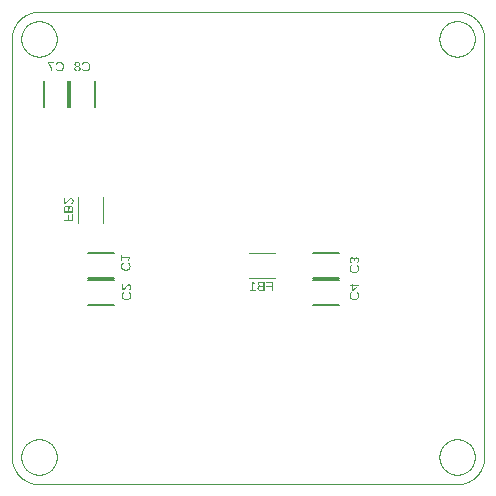
<source format=gbo>
G04 EAGLE Gerber RS-274X export*
G75*
%MOMM*%
%FSLAX34Y34*%
%LPD*%
%INSilk Bottom*%
%IPPOS*%
%AMOC8*
5,1,8,0,0,1.08239X$1,22.5*%
G01*
G04 Define Apertures*
%ADD10C,0.000000*%
%ADD11C,0.127000*%
%ADD12C,0.120000*%
G36*
X96512Y180579D02*
X96202Y180586D01*
X95903Y180608D01*
X95614Y180643D01*
X95336Y180693D01*
X95069Y180758D01*
X94812Y180836D01*
X94566Y180929D01*
X94330Y181036D01*
X94107Y181156D01*
X93896Y181290D01*
X93699Y181436D01*
X93516Y181596D01*
X93345Y181768D01*
X93188Y181953D01*
X93044Y182152D01*
X92914Y182363D01*
X92797Y182586D01*
X92697Y182818D01*
X92612Y183061D01*
X92542Y183314D01*
X92488Y183577D01*
X92449Y183850D01*
X92426Y184133D01*
X92418Y184426D01*
X92426Y184713D01*
X92451Y184991D01*
X92493Y185260D01*
X92551Y185521D01*
X92626Y185772D01*
X92717Y186015D01*
X92825Y186248D01*
X92950Y186473D01*
X93091Y186688D01*
X93246Y186890D01*
X93418Y187079D01*
X93604Y187257D01*
X93805Y187422D01*
X94022Y187574D01*
X94254Y187714D01*
X94501Y187842D01*
X94938Y186969D01*
X94553Y186747D01*
X94220Y186500D01*
X93938Y186227D01*
X93707Y185929D01*
X93528Y185604D01*
X93400Y185254D01*
X93355Y185070D01*
X93323Y184878D01*
X93304Y184681D01*
X93297Y184477D01*
X93311Y184162D01*
X93352Y183863D01*
X93421Y183582D01*
X93518Y183317D01*
X93642Y183069D01*
X93793Y182837D01*
X93972Y182623D01*
X94179Y182424D01*
X94409Y182247D01*
X94656Y182092D01*
X94921Y181962D01*
X95203Y181855D01*
X95504Y181772D01*
X95822Y181713D01*
X96158Y181678D01*
X96512Y181666D01*
X96869Y181677D01*
X97206Y181711D01*
X97524Y181768D01*
X97823Y181848D01*
X98102Y181950D01*
X98361Y182075D01*
X98601Y182223D01*
X98822Y182394D01*
X99019Y182585D01*
X99190Y182794D01*
X99335Y183022D01*
X99454Y183267D01*
X99546Y183531D01*
X99612Y183813D01*
X99651Y184114D01*
X99664Y184432D01*
X99642Y184835D01*
X99573Y185210D01*
X99460Y185556D01*
X99300Y185874D01*
X99098Y186157D01*
X98855Y186398D01*
X98572Y186598D01*
X98248Y186756D01*
X98584Y187770D01*
X98818Y187663D01*
X99038Y187543D01*
X99243Y187408D01*
X99433Y187260D01*
X99609Y187098D01*
X99769Y186921D01*
X99915Y186731D01*
X100045Y186526D01*
X100161Y186309D01*
X100261Y186078D01*
X100345Y185834D01*
X100415Y185577D01*
X100469Y185308D01*
X100507Y185025D01*
X100530Y184729D01*
X100538Y184421D01*
X100521Y183982D01*
X100471Y183568D01*
X100388Y183179D01*
X100271Y182814D01*
X100120Y182473D01*
X99936Y182157D01*
X99719Y181866D01*
X99468Y181598D01*
X99188Y181360D01*
X98882Y181153D01*
X98551Y180977D01*
X98194Y180834D01*
X97812Y180723D01*
X97404Y180643D01*
X96971Y180595D01*
X96512Y180579D01*
G37*
G36*
X93387Y189152D02*
X92530Y189152D01*
X92530Y194096D01*
X93387Y194096D01*
X93387Y192176D01*
X100420Y192176D01*
X100420Y191246D01*
X99138Y189381D01*
X98186Y189381D01*
X99457Y191162D01*
X93387Y191162D01*
X93387Y189152D01*
G37*
G36*
X97147Y155814D02*
X96837Y155821D01*
X96538Y155843D01*
X96249Y155878D01*
X95971Y155928D01*
X95704Y155993D01*
X95447Y156071D01*
X95201Y156164D01*
X94965Y156271D01*
X94742Y156391D01*
X94531Y156525D01*
X94334Y156671D01*
X94151Y156831D01*
X93980Y157003D01*
X93823Y157188D01*
X93679Y157387D01*
X93549Y157598D01*
X93432Y157821D01*
X93332Y158053D01*
X93247Y158296D01*
X93177Y158549D01*
X93123Y158812D01*
X93084Y159085D01*
X93061Y159368D01*
X93053Y159661D01*
X93061Y159948D01*
X93086Y160226D01*
X93128Y160495D01*
X93186Y160756D01*
X93261Y161007D01*
X93352Y161250D01*
X93460Y161483D01*
X93585Y161708D01*
X93726Y161923D01*
X93881Y162125D01*
X94053Y162314D01*
X94239Y162492D01*
X94440Y162657D01*
X94657Y162809D01*
X94889Y162949D01*
X95136Y163077D01*
X95573Y162204D01*
X95188Y161982D01*
X94855Y161735D01*
X94573Y161462D01*
X94342Y161164D01*
X94163Y160839D01*
X94035Y160489D01*
X93990Y160305D01*
X93958Y160113D01*
X93939Y159916D01*
X93932Y159712D01*
X93946Y159397D01*
X93987Y159098D01*
X94056Y158817D01*
X94153Y158552D01*
X94277Y158304D01*
X94428Y158072D01*
X94607Y157858D01*
X94814Y157659D01*
X95044Y157482D01*
X95291Y157327D01*
X95556Y157197D01*
X95838Y157090D01*
X96139Y157007D01*
X96457Y156948D01*
X96793Y156913D01*
X97147Y156901D01*
X97504Y156912D01*
X97841Y156946D01*
X98159Y157003D01*
X98458Y157083D01*
X98737Y157185D01*
X98996Y157310D01*
X99236Y157458D01*
X99457Y157629D01*
X99654Y157820D01*
X99825Y158029D01*
X99970Y158257D01*
X100089Y158502D01*
X100181Y158766D01*
X100247Y159048D01*
X100286Y159349D01*
X100299Y159667D01*
X100277Y160070D01*
X100208Y160445D01*
X100095Y160791D01*
X99935Y161109D01*
X99733Y161392D01*
X99490Y161633D01*
X99207Y161833D01*
X98883Y161991D01*
X99219Y163005D01*
X99453Y162898D01*
X99673Y162778D01*
X99878Y162643D01*
X100068Y162495D01*
X100244Y162333D01*
X100404Y162156D01*
X100550Y161966D01*
X100680Y161761D01*
X100796Y161544D01*
X100896Y161313D01*
X100980Y161069D01*
X101050Y160812D01*
X101104Y160543D01*
X101142Y160260D01*
X101165Y159964D01*
X101173Y159656D01*
X101156Y159217D01*
X101106Y158803D01*
X101023Y158414D01*
X100906Y158049D01*
X100755Y157708D01*
X100571Y157392D01*
X100354Y157101D01*
X100103Y156833D01*
X99823Y156595D01*
X99517Y156388D01*
X99186Y156212D01*
X98829Y156069D01*
X98447Y155958D01*
X98039Y155878D01*
X97606Y155830D01*
X97147Y155814D01*
G37*
G36*
X93876Y164090D02*
X93165Y164090D01*
X93165Y169315D01*
X94022Y169315D01*
X94022Y165199D01*
X94220Y165296D01*
X94421Y165420D01*
X94627Y165570D01*
X94837Y165748D01*
X95285Y166194D01*
X95786Y166772D01*
X96613Y167754D01*
X96933Y168103D01*
X97191Y168357D01*
X97418Y168552D01*
X97645Y168720D01*
X97872Y168864D01*
X98099Y168982D01*
X98326Y169073D01*
X98554Y169139D01*
X98782Y169178D01*
X99011Y169192D01*
X99263Y169181D01*
X99500Y169151D01*
X99722Y169101D01*
X99929Y169031D01*
X100122Y168941D01*
X100299Y168831D01*
X100462Y168701D01*
X100610Y168550D01*
X100742Y168381D01*
X100856Y168195D01*
X100953Y167992D01*
X101032Y167771D01*
X101094Y167533D01*
X101138Y167278D01*
X101164Y167006D01*
X101173Y166716D01*
X101164Y166451D01*
X101138Y166198D01*
X101094Y165957D01*
X101033Y165729D01*
X100954Y165513D01*
X100858Y165309D01*
X100744Y165117D01*
X100613Y164938D01*
X100467Y164774D01*
X100309Y164629D01*
X100139Y164501D01*
X99956Y164392D01*
X99762Y164300D01*
X99556Y164227D01*
X99337Y164172D01*
X99107Y164135D01*
X99011Y165165D01*
X99310Y165223D01*
X99573Y165324D01*
X99801Y165468D01*
X99994Y165655D01*
X100147Y165878D01*
X100257Y166129D01*
X100322Y166408D01*
X100344Y166716D01*
X100322Y167037D01*
X100255Y167320D01*
X100143Y167566D01*
X99986Y167775D01*
X99788Y167941D01*
X99555Y168060D01*
X99284Y168132D01*
X98978Y168156D01*
X98743Y168142D01*
X98521Y168100D01*
X98312Y168031D01*
X98115Y167934D01*
X97927Y167815D01*
X97743Y167679D01*
X97387Y167355D01*
X97040Y166975D01*
X96693Y166551D01*
X96331Y166104D01*
X95940Y165652D01*
X95510Y165209D01*
X95033Y164787D01*
X94772Y164589D01*
X94493Y164407D01*
X94194Y164241D01*
X93876Y164090D01*
G37*
G36*
X290039Y178674D02*
X289729Y178681D01*
X289430Y178703D01*
X289141Y178738D01*
X288863Y178788D01*
X288596Y178853D01*
X288339Y178931D01*
X288093Y179024D01*
X287857Y179131D01*
X287634Y179251D01*
X287423Y179385D01*
X287226Y179531D01*
X287043Y179691D01*
X286872Y179863D01*
X286715Y180048D01*
X286571Y180247D01*
X286441Y180458D01*
X286324Y180681D01*
X286224Y180913D01*
X286139Y181156D01*
X286069Y181409D01*
X286015Y181672D01*
X285976Y181945D01*
X285953Y182228D01*
X285945Y182521D01*
X285953Y182808D01*
X285978Y183086D01*
X286020Y183355D01*
X286078Y183616D01*
X286153Y183867D01*
X286244Y184110D01*
X286352Y184343D01*
X286477Y184568D01*
X286618Y184783D01*
X286773Y184985D01*
X286945Y185174D01*
X287131Y185352D01*
X287332Y185517D01*
X287549Y185669D01*
X287781Y185809D01*
X288028Y185937D01*
X288465Y185064D01*
X288080Y184842D01*
X287747Y184595D01*
X287465Y184322D01*
X287234Y184024D01*
X287055Y183699D01*
X286927Y183349D01*
X286882Y183165D01*
X286850Y182973D01*
X286831Y182776D01*
X286824Y182572D01*
X286838Y182257D01*
X286879Y181958D01*
X286948Y181677D01*
X287045Y181412D01*
X287169Y181164D01*
X287320Y180932D01*
X287499Y180718D01*
X287706Y180519D01*
X287936Y180342D01*
X288183Y180187D01*
X288448Y180057D01*
X288730Y179950D01*
X289031Y179867D01*
X289349Y179808D01*
X289685Y179773D01*
X290039Y179761D01*
X290396Y179772D01*
X290733Y179806D01*
X291051Y179863D01*
X291350Y179943D01*
X291629Y180045D01*
X291888Y180170D01*
X292128Y180318D01*
X292349Y180489D01*
X292546Y180680D01*
X292717Y180889D01*
X292862Y181117D01*
X292981Y181362D01*
X293073Y181626D01*
X293139Y181908D01*
X293178Y182209D01*
X293191Y182527D01*
X293169Y182930D01*
X293100Y183305D01*
X292987Y183651D01*
X292827Y183969D01*
X292625Y184252D01*
X292382Y184493D01*
X292099Y184693D01*
X291775Y184851D01*
X292111Y185865D01*
X292345Y185758D01*
X292565Y185638D01*
X292770Y185503D01*
X292960Y185355D01*
X293136Y185193D01*
X293296Y185016D01*
X293442Y184826D01*
X293572Y184621D01*
X293688Y184404D01*
X293788Y184173D01*
X293872Y183929D01*
X293942Y183672D01*
X293996Y183403D01*
X294034Y183120D01*
X294057Y182824D01*
X294065Y182516D01*
X294048Y182077D01*
X293998Y181663D01*
X293915Y181274D01*
X293798Y180909D01*
X293647Y180568D01*
X293463Y180252D01*
X293246Y179961D01*
X292995Y179693D01*
X292715Y179455D01*
X292409Y179248D01*
X292078Y179072D01*
X291721Y178929D01*
X291339Y178818D01*
X290931Y178738D01*
X290498Y178690D01*
X290039Y178674D01*
G37*
G36*
X288084Y186810D02*
X287828Y186853D01*
X287587Y186913D01*
X287363Y186992D01*
X287155Y187089D01*
X286964Y187204D01*
X286788Y187338D01*
X286629Y187489D01*
X286485Y187658D01*
X286359Y187844D01*
X286249Y188046D01*
X286156Y188262D01*
X286080Y188493D01*
X286021Y188740D01*
X285979Y189002D01*
X285953Y189279D01*
X285945Y189571D01*
X285954Y189883D01*
X285982Y190178D01*
X286029Y190453D01*
X286095Y190710D01*
X286179Y190949D01*
X286282Y191169D01*
X286404Y191370D01*
X286544Y191553D01*
X286702Y191716D01*
X286875Y191857D01*
X287063Y191976D01*
X287267Y192074D01*
X287486Y192150D01*
X287720Y192204D01*
X287970Y192237D01*
X288235Y192247D01*
X288420Y192240D01*
X288597Y192217D01*
X288766Y192178D01*
X288927Y192124D01*
X289080Y192055D01*
X289224Y191970D01*
X289361Y191870D01*
X289490Y191755D01*
X289608Y191625D01*
X289714Y191484D01*
X289807Y191330D01*
X289887Y191164D01*
X289955Y190986D01*
X290011Y190795D01*
X290053Y190592D01*
X290083Y190377D01*
X290106Y190377D01*
X290209Y190756D01*
X290350Y191088D01*
X290529Y191371D01*
X290747Y191606D01*
X291001Y191791D01*
X291142Y191864D01*
X291291Y191923D01*
X291449Y191970D01*
X291616Y192003D01*
X291792Y192022D01*
X291976Y192029D01*
X292216Y192019D01*
X292442Y191988D01*
X292654Y191937D01*
X292853Y191865D01*
X293039Y191772D01*
X293210Y191659D01*
X293369Y191525D01*
X293513Y191371D01*
X293643Y191198D01*
X293755Y191009D01*
X293849Y190803D01*
X293927Y190581D01*
X293987Y190342D01*
X294030Y190086D01*
X294056Y189814D01*
X294065Y189526D01*
X294056Y189260D01*
X294031Y189007D01*
X293989Y188767D01*
X293929Y188538D01*
X293853Y188322D01*
X293759Y188118D01*
X293649Y187927D01*
X293522Y187748D01*
X293379Y187584D01*
X293224Y187438D01*
X293055Y187311D01*
X292872Y187201D01*
X292677Y187110D01*
X292468Y187037D01*
X292245Y186981D01*
X292010Y186944D01*
X291931Y187958D01*
X292225Y188013D01*
X292483Y188111D01*
X292706Y188252D01*
X292895Y188437D01*
X293044Y188658D01*
X293151Y188912D01*
X293215Y189197D01*
X293236Y189515D01*
X293213Y189859D01*
X293144Y190158D01*
X293030Y190412D01*
X292869Y190621D01*
X292669Y190784D01*
X292436Y190900D01*
X292170Y190970D01*
X291870Y190993D01*
X291715Y190986D01*
X291568Y190965D01*
X291430Y190929D01*
X291301Y190879D01*
X291180Y190815D01*
X291068Y190736D01*
X290870Y190537D01*
X290712Y190285D01*
X290599Y189987D01*
X290532Y189643D01*
X290509Y189252D01*
X290509Y188703D01*
X289635Y188703D01*
X289635Y189274D01*
X289613Y189714D01*
X289545Y190099D01*
X289494Y190271D01*
X289432Y190429D01*
X289359Y190574D01*
X289274Y190705D01*
X289179Y190821D01*
X289076Y190922D01*
X288964Y191007D01*
X288842Y191076D01*
X288712Y191131D01*
X288573Y191169D01*
X288426Y191193D01*
X288269Y191200D01*
X288090Y191194D01*
X287922Y191173D01*
X287766Y191139D01*
X287621Y191092D01*
X287487Y191031D01*
X287365Y190956D01*
X287254Y190868D01*
X287155Y190766D01*
X286990Y190529D01*
X286873Y190250D01*
X286803Y189931D01*
X286779Y189571D01*
X286801Y189212D01*
X286867Y188894D01*
X286976Y188618D01*
X287129Y188382D01*
X287326Y188188D01*
X287567Y188035D01*
X287851Y187922D01*
X288179Y187852D01*
X288084Y186810D01*
G37*
G36*
X288627Y163776D02*
X287843Y163776D01*
X287843Y167495D01*
X286057Y167495D01*
X286057Y168447D01*
X287843Y168447D01*
X287843Y169555D01*
X288639Y169555D01*
X288639Y168447D01*
X293947Y168447D01*
X293947Y167388D01*
X288627Y163776D01*
G37*
%LPC*%
G36*
X288639Y164706D02*
X288751Y164796D01*
X289165Y165098D01*
X292144Y167120D01*
X292514Y167338D01*
X292811Y167495D01*
X288639Y167495D01*
X288639Y164706D01*
G37*
%LPD*%
G36*
X290039Y155814D02*
X289729Y155821D01*
X289430Y155843D01*
X289141Y155878D01*
X288863Y155928D01*
X288596Y155993D01*
X288339Y156071D01*
X288093Y156164D01*
X287857Y156271D01*
X287634Y156391D01*
X287423Y156525D01*
X287226Y156671D01*
X287043Y156831D01*
X286872Y157003D01*
X286715Y157188D01*
X286571Y157387D01*
X286441Y157598D01*
X286324Y157821D01*
X286224Y158053D01*
X286139Y158296D01*
X286069Y158549D01*
X286015Y158812D01*
X285976Y159085D01*
X285953Y159368D01*
X285945Y159661D01*
X285953Y159948D01*
X285978Y160226D01*
X286020Y160495D01*
X286078Y160756D01*
X286153Y161007D01*
X286244Y161250D01*
X286352Y161483D01*
X286477Y161708D01*
X286618Y161923D01*
X286773Y162125D01*
X286945Y162314D01*
X287131Y162492D01*
X287332Y162657D01*
X287549Y162809D01*
X287781Y162949D01*
X288028Y163077D01*
X288465Y162204D01*
X288080Y161982D01*
X287747Y161735D01*
X287465Y161462D01*
X287234Y161164D01*
X287055Y160839D01*
X286927Y160489D01*
X286882Y160305D01*
X286850Y160113D01*
X286831Y159916D01*
X286824Y159712D01*
X286838Y159397D01*
X286879Y159098D01*
X286948Y158817D01*
X287045Y158552D01*
X287169Y158304D01*
X287320Y158072D01*
X287499Y157858D01*
X287706Y157659D01*
X287936Y157482D01*
X288183Y157327D01*
X288448Y157197D01*
X288730Y157090D01*
X289031Y157007D01*
X289349Y156948D01*
X289685Y156913D01*
X290039Y156901D01*
X290396Y156912D01*
X290733Y156946D01*
X291051Y157003D01*
X291350Y157083D01*
X291629Y157185D01*
X291888Y157310D01*
X292128Y157458D01*
X292349Y157629D01*
X292546Y157820D01*
X292717Y158029D01*
X292862Y158257D01*
X292981Y158502D01*
X293073Y158766D01*
X293139Y159048D01*
X293178Y159349D01*
X293191Y159667D01*
X293169Y160070D01*
X293100Y160445D01*
X292987Y160791D01*
X292827Y161109D01*
X292625Y161392D01*
X292382Y161633D01*
X292099Y161833D01*
X291775Y161991D01*
X292111Y163005D01*
X292345Y162898D01*
X292565Y162778D01*
X292770Y162643D01*
X292960Y162495D01*
X293136Y162333D01*
X293296Y162156D01*
X293442Y161966D01*
X293572Y161761D01*
X293688Y161544D01*
X293788Y161313D01*
X293872Y161069D01*
X293942Y160812D01*
X293996Y160543D01*
X294034Y160260D01*
X294057Y159964D01*
X294065Y159656D01*
X294048Y159217D01*
X293998Y158803D01*
X293915Y158414D01*
X293798Y158049D01*
X293647Y157708D01*
X293463Y157392D01*
X293246Y157101D01*
X292995Y156833D01*
X292715Y156595D01*
X292409Y156388D01*
X292078Y156212D01*
X291721Y156069D01*
X291339Y155958D01*
X290931Y155878D01*
X290498Y155830D01*
X290039Y155814D01*
G37*
G36*
X40364Y349445D02*
X40077Y349453D01*
X39799Y349478D01*
X39530Y349520D01*
X39269Y349578D01*
X39018Y349653D01*
X38775Y349744D01*
X38542Y349852D01*
X38317Y349977D01*
X38102Y350118D01*
X37900Y350273D01*
X37711Y350445D01*
X37533Y350631D01*
X37369Y350832D01*
X37216Y351049D01*
X37076Y351281D01*
X36948Y351528D01*
X37821Y351965D01*
X38043Y351580D01*
X38290Y351247D01*
X38563Y350965D01*
X38861Y350734D01*
X39186Y350555D01*
X39536Y350427D01*
X39721Y350382D01*
X39912Y350350D01*
X40109Y350331D01*
X40313Y350324D01*
X40628Y350338D01*
X40927Y350379D01*
X41208Y350448D01*
X41473Y350545D01*
X41721Y350669D01*
X41953Y350820D01*
X42168Y350999D01*
X42366Y351206D01*
X42543Y351436D01*
X42698Y351683D01*
X42828Y351948D01*
X42935Y352230D01*
X43018Y352531D01*
X43077Y352849D01*
X43113Y353185D01*
X43124Y353539D01*
X43113Y353896D01*
X43079Y354233D01*
X43022Y354551D01*
X42942Y354850D01*
X42840Y355129D01*
X42715Y355388D01*
X42567Y355628D01*
X42396Y355849D01*
X42205Y356046D01*
X41996Y356217D01*
X41768Y356362D01*
X41523Y356481D01*
X41259Y356573D01*
X40977Y356639D01*
X40676Y356678D01*
X40358Y356691D01*
X39955Y356669D01*
X39580Y356600D01*
X39234Y356487D01*
X38916Y356327D01*
X38633Y356125D01*
X38392Y355882D01*
X38192Y355599D01*
X38034Y355275D01*
X37020Y355611D01*
X37127Y355845D01*
X37247Y356065D01*
X37382Y356270D01*
X37530Y356460D01*
X37692Y356636D01*
X37869Y356796D01*
X38059Y356942D01*
X38264Y357072D01*
X38481Y357188D01*
X38712Y357288D01*
X38956Y357372D01*
X39213Y357442D01*
X39482Y357496D01*
X39765Y357534D01*
X40061Y357557D01*
X40369Y357565D01*
X40808Y357548D01*
X41222Y357498D01*
X41611Y357415D01*
X41976Y357298D01*
X42317Y357147D01*
X42633Y356963D01*
X42925Y356746D01*
X43192Y356495D01*
X43430Y356215D01*
X43637Y355909D01*
X43813Y355578D01*
X43956Y355221D01*
X44067Y354839D01*
X44147Y354431D01*
X44195Y353998D01*
X44211Y353539D01*
X44204Y353229D01*
X44182Y352930D01*
X44147Y352641D01*
X44097Y352363D01*
X44032Y352096D01*
X43954Y351839D01*
X43861Y351593D01*
X43754Y351357D01*
X43634Y351134D01*
X43500Y350923D01*
X43354Y350726D01*
X43194Y350543D01*
X43022Y350372D01*
X42837Y350215D01*
X42638Y350071D01*
X42427Y349941D01*
X42204Y349824D01*
X41972Y349724D01*
X41729Y349639D01*
X41476Y349569D01*
X41213Y349515D01*
X40940Y349476D01*
X40657Y349453D01*
X40364Y349445D01*
G37*
G36*
X34468Y349557D02*
X33415Y349557D01*
X33400Y350098D01*
X33353Y350631D01*
X33275Y351154D01*
X33166Y351668D01*
X33026Y352180D01*
X32854Y352694D01*
X32652Y353213D01*
X32418Y353735D01*
X32125Y354308D01*
X31742Y354982D01*
X31271Y355756D01*
X30710Y356630D01*
X30710Y357447D01*
X35924Y357447D01*
X35924Y356591D01*
X31685Y356591D01*
X32381Y355533D01*
X32971Y354539D01*
X33225Y354066D01*
X33452Y353608D01*
X33653Y353166D01*
X33827Y352741D01*
X33977Y352325D01*
X34107Y351915D01*
X34217Y351509D01*
X34308Y351109D01*
X34378Y350713D01*
X34428Y350323D01*
X34458Y349937D01*
X34468Y349557D01*
G37*
G36*
X55545Y349445D02*
X55230Y349455D01*
X54933Y349483D01*
X54656Y349531D01*
X54397Y349598D01*
X54157Y349683D01*
X53936Y349788D01*
X53734Y349912D01*
X53551Y350055D01*
X53389Y350216D01*
X53248Y350391D01*
X53128Y350581D01*
X53031Y350786D01*
X52955Y351007D01*
X52900Y351242D01*
X52868Y351492D01*
X52857Y351758D01*
X52863Y351948D01*
X52883Y352131D01*
X52916Y352305D01*
X52962Y352471D01*
X53093Y352779D01*
X53277Y353054D01*
X53297Y353075D01*
X53508Y353289D01*
X53781Y353473D01*
X53933Y353547D01*
X54096Y353609D01*
X54269Y353658D01*
X54453Y353695D01*
X54453Y353718D01*
X54145Y353806D01*
X53872Y353940D01*
X53644Y354113D01*
X53633Y354122D01*
X53428Y354351D01*
X53264Y354613D01*
X53147Y354898D01*
X53076Y355204D01*
X53053Y355532D01*
X53063Y355760D01*
X53095Y355976D01*
X53148Y356179D01*
X53222Y356371D01*
X53317Y356550D01*
X53433Y356718D01*
X53570Y356873D01*
X53728Y357016D01*
X53904Y357145D01*
X54096Y357256D01*
X54303Y357351D01*
X54525Y357428D01*
X54763Y357488D01*
X55016Y357531D01*
X55284Y357556D01*
X55567Y357565D01*
X55844Y357556D01*
X56107Y357530D01*
X56355Y357486D01*
X56589Y357425D01*
X56808Y357346D01*
X57013Y357250D01*
X57203Y357136D01*
X57379Y357005D01*
X57537Y356860D01*
X57674Y356704D01*
X57790Y356537D01*
X57885Y356360D01*
X57959Y356172D01*
X58012Y355973D01*
X58043Y355763D01*
X58054Y355543D01*
X58030Y355215D01*
X57961Y354909D01*
X57844Y354625D01*
X57681Y354362D01*
X57478Y354132D01*
X57241Y353946D01*
X56970Y353804D01*
X56665Y353707D01*
X56665Y353684D01*
X56833Y353650D01*
X56994Y353602D01*
X57292Y353469D01*
X57560Y353283D01*
X57796Y353046D01*
X57990Y352767D01*
X58066Y352616D01*
X58128Y352458D01*
X58176Y352292D01*
X58211Y352118D01*
X58232Y351936D01*
X58239Y351747D01*
X58227Y351479D01*
X58194Y351226D01*
X58138Y350990D01*
X58060Y350769D01*
X57960Y350564D01*
X57837Y350375D01*
X57692Y350202D01*
X57525Y350044D01*
X57337Y349904D01*
X57133Y349782D01*
X56911Y349679D01*
X56673Y349595D01*
X56417Y349529D01*
X56143Y349482D01*
X55853Y349454D01*
X55545Y349445D01*
G37*
%LPC*%
G36*
X55534Y350201D02*
X55735Y350207D01*
X55924Y350226D01*
X56099Y350258D01*
X56261Y350303D01*
X56411Y350360D01*
X56547Y350430D01*
X56671Y350513D01*
X56781Y350608D01*
X56879Y350717D01*
X56963Y350838D01*
X57034Y350971D01*
X57093Y351118D01*
X57138Y351277D01*
X57171Y351449D01*
X57190Y351633D01*
X57197Y351831D01*
X57190Y352001D01*
X57170Y352162D01*
X57136Y352313D01*
X57089Y352456D01*
X57028Y352589D01*
X56954Y352712D01*
X56766Y352931D01*
X56529Y353106D01*
X56395Y353175D01*
X56251Y353231D01*
X56095Y353275D01*
X55930Y353306D01*
X55754Y353325D01*
X55567Y353331D01*
X55195Y353308D01*
X54866Y353238D01*
X54581Y353122D01*
X54341Y352959D01*
X54239Y352860D01*
X54150Y352750D01*
X54075Y352629D01*
X54013Y352496D01*
X53966Y352352D01*
X53931Y352197D01*
X53911Y352031D01*
X53904Y351853D01*
X53910Y351645D01*
X53929Y351451D01*
X53961Y351272D01*
X54005Y351107D01*
X54062Y350958D01*
X54131Y350822D01*
X54213Y350702D01*
X54307Y350596D01*
X54415Y350503D01*
X54535Y350423D01*
X54669Y350355D01*
X54816Y350300D01*
X54975Y350257D01*
X55148Y350226D01*
X55334Y350207D01*
X55534Y350201D01*
G37*
G36*
X55556Y354087D02*
X55886Y354110D01*
X56177Y354176D01*
X56428Y354287D01*
X56640Y354443D01*
X56808Y354641D01*
X56927Y354879D01*
X56999Y355158D01*
X57017Y355312D01*
X57023Y355476D01*
X57000Y355789D01*
X56930Y356060D01*
X56814Y356290D01*
X56651Y356479D01*
X56444Y356626D01*
X56194Y356731D01*
X55902Y356794D01*
X55567Y356815D01*
X55223Y356794D01*
X54925Y356731D01*
X54673Y356626D01*
X54467Y356480D01*
X54306Y356292D01*
X54192Y356062D01*
X54123Y355790D01*
X54100Y355476D01*
X54123Y355135D01*
X54152Y354983D01*
X54193Y354844D01*
X54246Y354718D01*
X54310Y354604D01*
X54385Y354503D01*
X54473Y354415D01*
X54680Y354272D01*
X54930Y354169D01*
X55222Y354108D01*
X55556Y354087D01*
G37*
%LPD*%
G36*
X62589Y349445D02*
X62302Y349453D01*
X62024Y349478D01*
X61755Y349520D01*
X61494Y349578D01*
X61243Y349653D01*
X61000Y349744D01*
X60767Y349852D01*
X60542Y349977D01*
X60327Y350118D01*
X60125Y350273D01*
X59936Y350445D01*
X59758Y350631D01*
X59594Y350832D01*
X59441Y351049D01*
X59301Y351281D01*
X59173Y351528D01*
X60046Y351965D01*
X60268Y351580D01*
X60515Y351247D01*
X60788Y350965D01*
X61086Y350734D01*
X61411Y350555D01*
X61761Y350427D01*
X61946Y350382D01*
X62137Y350350D01*
X62334Y350331D01*
X62538Y350324D01*
X62853Y350338D01*
X63152Y350379D01*
X63433Y350448D01*
X63698Y350545D01*
X63946Y350669D01*
X64178Y350820D01*
X64393Y350999D01*
X64591Y351206D01*
X64768Y351436D01*
X64923Y351683D01*
X65053Y351948D01*
X65160Y352230D01*
X65243Y352531D01*
X65302Y352849D01*
X65338Y353185D01*
X65349Y353539D01*
X65338Y353896D01*
X65304Y354233D01*
X65247Y354551D01*
X65167Y354850D01*
X65065Y355129D01*
X64940Y355388D01*
X64792Y355628D01*
X64621Y355849D01*
X64430Y356046D01*
X64221Y356217D01*
X63993Y356362D01*
X63748Y356481D01*
X63484Y356573D01*
X63202Y356639D01*
X62901Y356678D01*
X62583Y356691D01*
X62180Y356669D01*
X61805Y356600D01*
X61459Y356487D01*
X61141Y356327D01*
X60858Y356125D01*
X60617Y355882D01*
X60417Y355599D01*
X60259Y355275D01*
X59245Y355611D01*
X59352Y355845D01*
X59472Y356065D01*
X59607Y356270D01*
X59755Y356460D01*
X59917Y356636D01*
X60094Y356796D01*
X60284Y356942D01*
X60489Y357072D01*
X60706Y357188D01*
X60937Y357288D01*
X61181Y357372D01*
X61438Y357442D01*
X61707Y357496D01*
X61990Y357534D01*
X62286Y357557D01*
X62594Y357565D01*
X63033Y357548D01*
X63447Y357498D01*
X63836Y357415D01*
X64201Y357298D01*
X64542Y357147D01*
X64858Y356963D01*
X65150Y356746D01*
X65417Y356495D01*
X65655Y356215D01*
X65862Y355909D01*
X66038Y355578D01*
X66181Y355221D01*
X66292Y354839D01*
X66372Y354431D01*
X66420Y353998D01*
X66436Y353539D01*
X66429Y353229D01*
X66407Y352930D01*
X66372Y352641D01*
X66322Y352363D01*
X66257Y352096D01*
X66179Y351839D01*
X66086Y351593D01*
X65979Y351357D01*
X65859Y351134D01*
X65725Y350923D01*
X65579Y350726D01*
X65419Y350543D01*
X65247Y350372D01*
X65062Y350215D01*
X64863Y350071D01*
X64652Y349941D01*
X64429Y349824D01*
X64197Y349724D01*
X63954Y349639D01*
X63701Y349569D01*
X63438Y349515D01*
X63165Y349476D01*
X62882Y349453D01*
X62589Y349445D01*
G37*
G36*
X214030Y163650D02*
X210827Y163650D01*
X210494Y163659D01*
X210181Y163687D01*
X209886Y163732D01*
X209610Y163796D01*
X209353Y163879D01*
X209114Y163979D01*
X208894Y164098D01*
X208693Y164235D01*
X208513Y164389D01*
X208357Y164557D01*
X208226Y164740D01*
X208118Y164937D01*
X208034Y165149D01*
X207974Y165376D01*
X207938Y165617D01*
X207926Y165873D01*
X207934Y166066D01*
X207958Y166251D01*
X207998Y166427D01*
X208053Y166595D01*
X208125Y166754D01*
X208213Y166905D01*
X208316Y167047D01*
X208435Y167181D01*
X208508Y167247D01*
X208570Y167304D01*
X208717Y167414D01*
X208878Y167512D01*
X209053Y167597D01*
X209241Y167670D01*
X209442Y167729D01*
X209657Y167776D01*
X209886Y167811D01*
X209548Y167912D01*
X209250Y168052D01*
X208993Y168231D01*
X208945Y168280D01*
X208777Y168449D01*
X208606Y168701D01*
X208483Y168981D01*
X208410Y169289D01*
X208391Y169454D01*
X208385Y169625D01*
X208396Y169857D01*
X208428Y170074D01*
X208483Y170276D01*
X208559Y170463D01*
X208656Y170635D01*
X208776Y170792D01*
X208917Y170934D01*
X209079Y171062D01*
X209264Y171174D01*
X209470Y171271D01*
X209698Y171353D01*
X209947Y171421D01*
X210219Y171473D01*
X210512Y171510D01*
X210826Y171533D01*
X211163Y171540D01*
X214030Y171540D01*
X214030Y163650D01*
G37*
%LPC*%
G36*
X212960Y164507D02*
X212960Y167352D01*
X210967Y167352D01*
X210507Y167330D01*
X210109Y167264D01*
X209933Y167215D01*
X209772Y167155D01*
X209627Y167085D01*
X209497Y167003D01*
X209382Y166910D01*
X209282Y166807D01*
X209198Y166693D01*
X209129Y166567D01*
X209076Y166431D01*
X209037Y166284D01*
X209014Y166126D01*
X209007Y165957D01*
X209014Y165782D01*
X209035Y165618D01*
X209070Y165466D01*
X209119Y165324D01*
X209182Y165194D01*
X209259Y165075D01*
X209350Y164967D01*
X209455Y164871D01*
X209575Y164785D01*
X209712Y164712D01*
X209865Y164649D01*
X210036Y164598D01*
X210222Y164558D01*
X210426Y164530D01*
X210883Y164507D01*
X212960Y164507D01*
G37*
G36*
X212960Y168186D02*
X212960Y170684D01*
X211163Y170684D01*
X210773Y170666D01*
X210432Y170615D01*
X210140Y170529D01*
X209897Y170409D01*
X209795Y170335D01*
X209706Y170249D01*
X209631Y170152D01*
X209569Y170044D01*
X209522Y169924D01*
X209488Y169793D01*
X209467Y169650D01*
X209460Y169496D01*
X209467Y169335D01*
X209487Y169185D01*
X209520Y169045D01*
X209566Y168916D01*
X209625Y168798D01*
X209698Y168691D01*
X209784Y168594D01*
X209883Y168508D01*
X210122Y168367D01*
X210414Y168266D01*
X210761Y168206D01*
X211163Y168186D01*
X212960Y168186D01*
G37*
%LPD*%
G36*
X221030Y163650D02*
X219960Y163650D01*
X219960Y166848D01*
X215559Y166848D01*
X215559Y167732D01*
X219960Y167732D01*
X219960Y170667D01*
X215424Y170667D01*
X215424Y171540D01*
X221030Y171540D01*
X221030Y163650D01*
G37*
G36*
X206441Y163650D02*
X201496Y163650D01*
X201496Y164507D01*
X203417Y164507D01*
X203417Y171540D01*
X204346Y171540D01*
X206211Y170258D01*
X206211Y169306D01*
X204430Y170577D01*
X204430Y164507D01*
X206441Y164507D01*
X206441Y163650D01*
G37*
G36*
X52160Y229835D02*
X44270Y229835D01*
X44270Y233038D01*
X44279Y233371D01*
X44307Y233684D01*
X44352Y233979D01*
X44416Y234255D01*
X44499Y234512D01*
X44599Y234751D01*
X44718Y234971D01*
X44855Y235172D01*
X45009Y235352D01*
X45177Y235508D01*
X45360Y235639D01*
X45557Y235747D01*
X45769Y235831D01*
X45996Y235891D01*
X46237Y235927D01*
X46493Y235939D01*
X46686Y235931D01*
X46871Y235907D01*
X47047Y235867D01*
X47215Y235812D01*
X47374Y235740D01*
X47525Y235652D01*
X47667Y235549D01*
X47801Y235430D01*
X47867Y235357D01*
X47924Y235295D01*
X48034Y235148D01*
X48132Y234987D01*
X48217Y234812D01*
X48290Y234624D01*
X48349Y234423D01*
X48396Y234208D01*
X48431Y233979D01*
X48532Y234317D01*
X48672Y234615D01*
X48851Y234872D01*
X48900Y234920D01*
X49069Y235088D01*
X49321Y235259D01*
X49601Y235382D01*
X49909Y235455D01*
X50074Y235474D01*
X50245Y235480D01*
X50477Y235469D01*
X50694Y235437D01*
X50896Y235382D01*
X51083Y235306D01*
X51255Y235209D01*
X51412Y235089D01*
X51554Y234948D01*
X51682Y234786D01*
X51794Y234601D01*
X51891Y234395D01*
X51973Y234167D01*
X52041Y233918D01*
X52093Y233646D01*
X52130Y233353D01*
X52153Y233039D01*
X52160Y232702D01*
X52160Y229835D01*
G37*
%LPC*%
G36*
X47972Y230905D02*
X47972Y232898D01*
X47950Y233358D01*
X47884Y233756D01*
X47835Y233932D01*
X47775Y234093D01*
X47705Y234238D01*
X47623Y234368D01*
X47530Y234483D01*
X47427Y234583D01*
X47313Y234667D01*
X47187Y234736D01*
X47051Y234789D01*
X46904Y234828D01*
X46746Y234851D01*
X46577Y234858D01*
X46402Y234851D01*
X46238Y234830D01*
X46086Y234795D01*
X45944Y234746D01*
X45814Y234683D01*
X45695Y234606D01*
X45587Y234515D01*
X45491Y234410D01*
X45405Y234290D01*
X45332Y234153D01*
X45269Y234000D01*
X45218Y233829D01*
X45178Y233643D01*
X45150Y233439D01*
X45127Y232982D01*
X45127Y230905D01*
X47972Y230905D01*
G37*
G36*
X51304Y230905D02*
X51304Y232702D01*
X51286Y233092D01*
X51235Y233433D01*
X51149Y233725D01*
X51029Y233968D01*
X50955Y234070D01*
X50869Y234159D01*
X50772Y234234D01*
X50664Y234296D01*
X50544Y234343D01*
X50413Y234377D01*
X50270Y234398D01*
X50116Y234405D01*
X49955Y234398D01*
X49805Y234378D01*
X49665Y234345D01*
X49536Y234299D01*
X49418Y234240D01*
X49311Y234167D01*
X49214Y234081D01*
X49128Y233982D01*
X48987Y233743D01*
X48886Y233451D01*
X48826Y233104D01*
X48806Y232702D01*
X48806Y230905D01*
X51304Y230905D01*
G37*
%LPD*%
G36*
X52160Y222835D02*
X44270Y222835D01*
X44270Y223905D01*
X47468Y223905D01*
X47468Y228306D01*
X48352Y228306D01*
X48352Y223905D01*
X51287Y223905D01*
X51287Y228441D01*
X52160Y228441D01*
X52160Y222835D01*
G37*
G36*
X44981Y237127D02*
X44270Y237127D01*
X44270Y242352D01*
X45127Y242352D01*
X45127Y238236D01*
X45325Y238334D01*
X45526Y238457D01*
X45732Y238608D01*
X45942Y238785D01*
X46390Y239232D01*
X46891Y239810D01*
X47718Y240791D01*
X48038Y241140D01*
X48296Y241395D01*
X48523Y241589D01*
X48750Y241758D01*
X48977Y241901D01*
X49204Y242019D01*
X49431Y242111D01*
X49659Y242177D01*
X49887Y242216D01*
X50116Y242229D01*
X50368Y242219D01*
X50605Y242189D01*
X50827Y242139D01*
X51034Y242069D01*
X51227Y241979D01*
X51404Y241868D01*
X51567Y241738D01*
X51715Y241588D01*
X51847Y241419D01*
X51961Y241233D01*
X52058Y241029D01*
X52137Y240809D01*
X52199Y240571D01*
X52243Y240316D01*
X52269Y240043D01*
X52278Y239754D01*
X52269Y239488D01*
X52243Y239235D01*
X52199Y238995D01*
X52138Y238766D01*
X52059Y238550D01*
X51963Y238346D01*
X51849Y238155D01*
X51718Y237976D01*
X51572Y237812D01*
X51414Y237666D01*
X51244Y237539D01*
X51061Y237429D01*
X50867Y237338D01*
X50661Y237264D01*
X50442Y237209D01*
X50212Y237172D01*
X50116Y238203D01*
X50415Y238261D01*
X50678Y238362D01*
X50906Y238506D01*
X51099Y238693D01*
X51252Y238915D01*
X51362Y239167D01*
X51427Y239446D01*
X51449Y239754D01*
X51427Y240074D01*
X51360Y240357D01*
X51248Y240603D01*
X51091Y240812D01*
X50893Y240979D01*
X50660Y241098D01*
X50389Y241169D01*
X50083Y241193D01*
X49848Y241179D01*
X49626Y241138D01*
X49417Y241069D01*
X49220Y240972D01*
X49032Y240853D01*
X48848Y240716D01*
X48492Y240392D01*
X48145Y240012D01*
X47798Y239589D01*
X47436Y239141D01*
X47045Y238690D01*
X46615Y238247D01*
X46138Y237825D01*
X45877Y237627D01*
X45598Y237445D01*
X45299Y237278D01*
X44981Y237127D01*
G37*
D10*
X23000Y400000D02*
X22444Y399993D01*
X21889Y399973D01*
X21334Y399940D01*
X20780Y399893D01*
X20228Y399832D01*
X19677Y399759D01*
X19128Y399672D01*
X18581Y399572D01*
X18037Y399458D01*
X17496Y399332D01*
X16958Y399192D01*
X16423Y399040D01*
X15893Y398874D01*
X15366Y398696D01*
X14844Y398505D01*
X14327Y398302D01*
X13815Y398086D01*
X13308Y397858D01*
X12807Y397618D01*
X12311Y397365D01*
X11822Y397101D01*
X11340Y396825D01*
X10864Y396538D01*
X10396Y396239D01*
X9935Y395929D01*
X9481Y395607D01*
X9035Y395275D01*
X8598Y394933D01*
X8169Y394579D01*
X7748Y394216D01*
X7337Y393842D01*
X6934Y393459D01*
X6541Y393066D01*
X6158Y392663D01*
X5784Y392252D01*
X5421Y391831D01*
X5067Y391402D01*
X4725Y390965D01*
X4393Y390519D01*
X4071Y390065D01*
X3761Y389604D01*
X3462Y389136D01*
X3175Y388660D01*
X2899Y388178D01*
X2635Y387689D01*
X2382Y387193D01*
X2142Y386692D01*
X1914Y386185D01*
X1698Y385673D01*
X1495Y385156D01*
X1304Y384634D01*
X1126Y384107D01*
X960Y383577D01*
X808Y383042D01*
X668Y382504D01*
X542Y381963D01*
X428Y381419D01*
X328Y380872D01*
X241Y380323D01*
X168Y379772D01*
X107Y379220D01*
X60Y378666D01*
X27Y378111D01*
X7Y377556D01*
X0Y377000D01*
X23000Y400000D02*
X377000Y400000D01*
X377556Y399993D01*
X378111Y399973D01*
X378666Y399940D01*
X379220Y399893D01*
X379772Y399832D01*
X380323Y399759D01*
X380872Y399672D01*
X381419Y399572D01*
X381963Y399458D01*
X382504Y399332D01*
X383042Y399192D01*
X383577Y399040D01*
X384107Y398874D01*
X384634Y398696D01*
X385156Y398505D01*
X385673Y398302D01*
X386185Y398086D01*
X386692Y397858D01*
X387193Y397618D01*
X387689Y397365D01*
X388178Y397101D01*
X388660Y396825D01*
X389136Y396538D01*
X389604Y396239D01*
X390065Y395929D01*
X390519Y395607D01*
X390965Y395275D01*
X391402Y394933D01*
X391831Y394579D01*
X392252Y394216D01*
X392663Y393842D01*
X393066Y393459D01*
X393459Y393066D01*
X393842Y392663D01*
X394216Y392252D01*
X394579Y391831D01*
X394933Y391402D01*
X395275Y390965D01*
X395607Y390519D01*
X395929Y390065D01*
X396239Y389604D01*
X396538Y389136D01*
X396825Y388660D01*
X397101Y388178D01*
X397365Y387689D01*
X397618Y387193D01*
X397858Y386692D01*
X398086Y386185D01*
X398302Y385673D01*
X398505Y385156D01*
X398696Y384634D01*
X398874Y384107D01*
X399040Y383577D01*
X399192Y383042D01*
X399332Y382504D01*
X399458Y381963D01*
X399572Y381419D01*
X399672Y380872D01*
X399759Y380323D01*
X399832Y379772D01*
X399893Y379220D01*
X399940Y378666D01*
X399973Y378111D01*
X399993Y377556D01*
X400000Y377000D01*
X400000Y23000D01*
X399993Y22444D01*
X399973Y21889D01*
X399940Y21334D01*
X399893Y20780D01*
X399832Y20228D01*
X399759Y19677D01*
X399672Y19128D01*
X399572Y18581D01*
X399458Y18037D01*
X399332Y17496D01*
X399192Y16958D01*
X399040Y16423D01*
X398874Y15893D01*
X398696Y15366D01*
X398505Y14844D01*
X398302Y14327D01*
X398086Y13815D01*
X397858Y13308D01*
X397618Y12807D01*
X397365Y12311D01*
X397101Y11822D01*
X396825Y11340D01*
X396538Y10864D01*
X396239Y10396D01*
X395929Y9935D01*
X395607Y9481D01*
X395275Y9035D01*
X394933Y8598D01*
X394579Y8169D01*
X394216Y7748D01*
X393842Y7337D01*
X393459Y6934D01*
X393066Y6541D01*
X392663Y6158D01*
X392252Y5784D01*
X391831Y5421D01*
X391402Y5067D01*
X390965Y4725D01*
X390519Y4393D01*
X390065Y4071D01*
X389604Y3761D01*
X389136Y3462D01*
X388660Y3175D01*
X388178Y2899D01*
X387689Y2635D01*
X387193Y2382D01*
X386692Y2142D01*
X386185Y1914D01*
X385673Y1698D01*
X385156Y1495D01*
X384634Y1304D01*
X384107Y1126D01*
X383577Y960D01*
X383042Y808D01*
X382504Y668D01*
X381963Y542D01*
X381419Y428D01*
X380872Y328D01*
X380323Y241D01*
X379772Y168D01*
X379220Y107D01*
X378666Y60D01*
X378111Y27D01*
X377556Y7D01*
X377000Y0D01*
X23000Y0D01*
X22444Y7D01*
X21889Y27D01*
X21334Y60D01*
X20780Y107D01*
X20228Y168D01*
X19677Y241D01*
X19128Y328D01*
X18581Y428D01*
X18037Y542D01*
X17496Y668D01*
X16958Y808D01*
X16423Y960D01*
X15893Y1126D01*
X15366Y1304D01*
X14844Y1495D01*
X14327Y1698D01*
X13815Y1914D01*
X13308Y2142D01*
X12807Y2382D01*
X12311Y2635D01*
X11822Y2899D01*
X11340Y3175D01*
X10864Y3462D01*
X10396Y3761D01*
X9935Y4071D01*
X9481Y4393D01*
X9035Y4725D01*
X8598Y5067D01*
X8169Y5421D01*
X7748Y5784D01*
X7337Y6158D01*
X6934Y6541D01*
X6541Y6934D01*
X6158Y7337D01*
X5784Y7748D01*
X5421Y8169D01*
X5067Y8598D01*
X4725Y9035D01*
X4393Y9481D01*
X4071Y9935D01*
X3761Y10396D01*
X3462Y10864D01*
X3175Y11340D01*
X2899Y11822D01*
X2635Y12311D01*
X2382Y12807D01*
X2142Y13308D01*
X1914Y13815D01*
X1698Y14327D01*
X1495Y14844D01*
X1304Y15366D01*
X1126Y15893D01*
X960Y16423D01*
X808Y16958D01*
X668Y17496D01*
X542Y18037D01*
X428Y18581D01*
X328Y19128D01*
X241Y19677D01*
X168Y20228D01*
X107Y20780D01*
X60Y21334D01*
X27Y21889D01*
X7Y22444D01*
X0Y23000D01*
X0Y377000D01*
X8000Y23000D02*
X8005Y23368D01*
X8018Y23736D01*
X8041Y24103D01*
X8072Y24470D01*
X8113Y24836D01*
X8162Y25201D01*
X8221Y25564D01*
X8288Y25926D01*
X8364Y26287D01*
X8450Y26645D01*
X8543Y27001D01*
X8646Y27354D01*
X8757Y27705D01*
X8877Y28053D01*
X9005Y28398D01*
X9142Y28740D01*
X9287Y29079D01*
X9440Y29413D01*
X9602Y29744D01*
X9771Y30071D01*
X9949Y30393D01*
X10134Y30712D01*
X10327Y31025D01*
X10528Y31334D01*
X10736Y31637D01*
X10952Y31935D01*
X11175Y32228D01*
X11405Y32516D01*
X11642Y32798D01*
X11886Y33073D01*
X12136Y33343D01*
X12393Y33607D01*
X12657Y33864D01*
X12927Y34114D01*
X13202Y34358D01*
X13484Y34595D01*
X13772Y34825D01*
X14065Y35048D01*
X14363Y35264D01*
X14666Y35472D01*
X14975Y35673D01*
X15288Y35866D01*
X15607Y36051D01*
X15929Y36229D01*
X16256Y36398D01*
X16587Y36560D01*
X16921Y36713D01*
X17260Y36858D01*
X17602Y36995D01*
X17947Y37123D01*
X18295Y37243D01*
X18646Y37354D01*
X18999Y37457D01*
X19355Y37550D01*
X19713Y37636D01*
X20074Y37712D01*
X20436Y37779D01*
X20799Y37838D01*
X21164Y37887D01*
X21530Y37928D01*
X21897Y37959D01*
X22264Y37982D01*
X22632Y37995D01*
X23000Y38000D01*
X23368Y37995D01*
X23736Y37982D01*
X24103Y37959D01*
X24470Y37928D01*
X24836Y37887D01*
X25201Y37838D01*
X25564Y37779D01*
X25926Y37712D01*
X26287Y37636D01*
X26645Y37550D01*
X27001Y37457D01*
X27354Y37354D01*
X27705Y37243D01*
X28053Y37123D01*
X28398Y36995D01*
X28740Y36858D01*
X29079Y36713D01*
X29413Y36560D01*
X29744Y36398D01*
X30071Y36229D01*
X30393Y36051D01*
X30712Y35866D01*
X31025Y35673D01*
X31334Y35472D01*
X31637Y35264D01*
X31935Y35048D01*
X32228Y34825D01*
X32516Y34595D01*
X32798Y34358D01*
X33073Y34114D01*
X33343Y33864D01*
X33607Y33607D01*
X33864Y33343D01*
X34114Y33073D01*
X34358Y32798D01*
X34595Y32516D01*
X34825Y32228D01*
X35048Y31935D01*
X35264Y31637D01*
X35472Y31334D01*
X35673Y31025D01*
X35866Y30712D01*
X36051Y30393D01*
X36229Y30071D01*
X36398Y29744D01*
X36560Y29413D01*
X36713Y29079D01*
X36858Y28740D01*
X36995Y28398D01*
X37123Y28053D01*
X37243Y27705D01*
X37354Y27354D01*
X37457Y27001D01*
X37550Y26645D01*
X37636Y26287D01*
X37712Y25926D01*
X37779Y25564D01*
X37838Y25201D01*
X37887Y24836D01*
X37928Y24470D01*
X37959Y24103D01*
X37982Y23736D01*
X37995Y23368D01*
X38000Y23000D01*
X37995Y22632D01*
X37982Y22264D01*
X37959Y21897D01*
X37928Y21530D01*
X37887Y21164D01*
X37838Y20799D01*
X37779Y20436D01*
X37712Y20074D01*
X37636Y19713D01*
X37550Y19355D01*
X37457Y18999D01*
X37354Y18646D01*
X37243Y18295D01*
X37123Y17947D01*
X36995Y17602D01*
X36858Y17260D01*
X36713Y16921D01*
X36560Y16587D01*
X36398Y16256D01*
X36229Y15929D01*
X36051Y15607D01*
X35866Y15288D01*
X35673Y14975D01*
X35472Y14666D01*
X35264Y14363D01*
X35048Y14065D01*
X34825Y13772D01*
X34595Y13484D01*
X34358Y13202D01*
X34114Y12927D01*
X33864Y12657D01*
X33607Y12393D01*
X33343Y12136D01*
X33073Y11886D01*
X32798Y11642D01*
X32516Y11405D01*
X32228Y11175D01*
X31935Y10952D01*
X31637Y10736D01*
X31334Y10528D01*
X31025Y10327D01*
X30712Y10134D01*
X30393Y9949D01*
X30071Y9771D01*
X29744Y9602D01*
X29413Y9440D01*
X29079Y9287D01*
X28740Y9142D01*
X28398Y9005D01*
X28053Y8877D01*
X27705Y8757D01*
X27354Y8646D01*
X27001Y8543D01*
X26645Y8450D01*
X26287Y8364D01*
X25926Y8288D01*
X25564Y8221D01*
X25201Y8162D01*
X24836Y8113D01*
X24470Y8072D01*
X24103Y8041D01*
X23736Y8018D01*
X23368Y8005D01*
X23000Y8000D01*
X22632Y8005D01*
X22264Y8018D01*
X21897Y8041D01*
X21530Y8072D01*
X21164Y8113D01*
X20799Y8162D01*
X20436Y8221D01*
X20074Y8288D01*
X19713Y8364D01*
X19355Y8450D01*
X18999Y8543D01*
X18646Y8646D01*
X18295Y8757D01*
X17947Y8877D01*
X17602Y9005D01*
X17260Y9142D01*
X16921Y9287D01*
X16587Y9440D01*
X16256Y9602D01*
X15929Y9771D01*
X15607Y9949D01*
X15288Y10134D01*
X14975Y10327D01*
X14666Y10528D01*
X14363Y10736D01*
X14065Y10952D01*
X13772Y11175D01*
X13484Y11405D01*
X13202Y11642D01*
X12927Y11886D01*
X12657Y12136D01*
X12393Y12393D01*
X12136Y12657D01*
X11886Y12927D01*
X11642Y13202D01*
X11405Y13484D01*
X11175Y13772D01*
X10952Y14065D01*
X10736Y14363D01*
X10528Y14666D01*
X10327Y14975D01*
X10134Y15288D01*
X9949Y15607D01*
X9771Y15929D01*
X9602Y16256D01*
X9440Y16587D01*
X9287Y16921D01*
X9142Y17260D01*
X9005Y17602D01*
X8877Y17947D01*
X8757Y18295D01*
X8646Y18646D01*
X8543Y18999D01*
X8450Y19355D01*
X8364Y19713D01*
X8288Y20074D01*
X8221Y20436D01*
X8162Y20799D01*
X8113Y21164D01*
X8072Y21530D01*
X8041Y21897D01*
X8018Y22264D01*
X8005Y22632D01*
X8000Y23000D01*
X8000Y377000D02*
X8005Y377368D01*
X8018Y377736D01*
X8041Y378103D01*
X8072Y378470D01*
X8113Y378836D01*
X8162Y379201D01*
X8221Y379564D01*
X8288Y379926D01*
X8364Y380287D01*
X8450Y380645D01*
X8543Y381001D01*
X8646Y381354D01*
X8757Y381705D01*
X8877Y382053D01*
X9005Y382398D01*
X9142Y382740D01*
X9287Y383079D01*
X9440Y383413D01*
X9602Y383744D01*
X9771Y384071D01*
X9949Y384393D01*
X10134Y384712D01*
X10327Y385025D01*
X10528Y385334D01*
X10736Y385637D01*
X10952Y385935D01*
X11175Y386228D01*
X11405Y386516D01*
X11642Y386798D01*
X11886Y387073D01*
X12136Y387343D01*
X12393Y387607D01*
X12657Y387864D01*
X12927Y388114D01*
X13202Y388358D01*
X13484Y388595D01*
X13772Y388825D01*
X14065Y389048D01*
X14363Y389264D01*
X14666Y389472D01*
X14975Y389673D01*
X15288Y389866D01*
X15607Y390051D01*
X15929Y390229D01*
X16256Y390398D01*
X16587Y390560D01*
X16921Y390713D01*
X17260Y390858D01*
X17602Y390995D01*
X17947Y391123D01*
X18295Y391243D01*
X18646Y391354D01*
X18999Y391457D01*
X19355Y391550D01*
X19713Y391636D01*
X20074Y391712D01*
X20436Y391779D01*
X20799Y391838D01*
X21164Y391887D01*
X21530Y391928D01*
X21897Y391959D01*
X22264Y391982D01*
X22632Y391995D01*
X23000Y392000D01*
X23368Y391995D01*
X23736Y391982D01*
X24103Y391959D01*
X24470Y391928D01*
X24836Y391887D01*
X25201Y391838D01*
X25564Y391779D01*
X25926Y391712D01*
X26287Y391636D01*
X26645Y391550D01*
X27001Y391457D01*
X27354Y391354D01*
X27705Y391243D01*
X28053Y391123D01*
X28398Y390995D01*
X28740Y390858D01*
X29079Y390713D01*
X29413Y390560D01*
X29744Y390398D01*
X30071Y390229D01*
X30393Y390051D01*
X30712Y389866D01*
X31025Y389673D01*
X31334Y389472D01*
X31637Y389264D01*
X31935Y389048D01*
X32228Y388825D01*
X32516Y388595D01*
X32798Y388358D01*
X33073Y388114D01*
X33343Y387864D01*
X33607Y387607D01*
X33864Y387343D01*
X34114Y387073D01*
X34358Y386798D01*
X34595Y386516D01*
X34825Y386228D01*
X35048Y385935D01*
X35264Y385637D01*
X35472Y385334D01*
X35673Y385025D01*
X35866Y384712D01*
X36051Y384393D01*
X36229Y384071D01*
X36398Y383744D01*
X36560Y383413D01*
X36713Y383079D01*
X36858Y382740D01*
X36995Y382398D01*
X37123Y382053D01*
X37243Y381705D01*
X37354Y381354D01*
X37457Y381001D01*
X37550Y380645D01*
X37636Y380287D01*
X37712Y379926D01*
X37779Y379564D01*
X37838Y379201D01*
X37887Y378836D01*
X37928Y378470D01*
X37959Y378103D01*
X37982Y377736D01*
X37995Y377368D01*
X38000Y377000D01*
X37995Y376632D01*
X37982Y376264D01*
X37959Y375897D01*
X37928Y375530D01*
X37887Y375164D01*
X37838Y374799D01*
X37779Y374436D01*
X37712Y374074D01*
X37636Y373713D01*
X37550Y373355D01*
X37457Y372999D01*
X37354Y372646D01*
X37243Y372295D01*
X37123Y371947D01*
X36995Y371602D01*
X36858Y371260D01*
X36713Y370921D01*
X36560Y370587D01*
X36398Y370256D01*
X36229Y369929D01*
X36051Y369607D01*
X35866Y369288D01*
X35673Y368975D01*
X35472Y368666D01*
X35264Y368363D01*
X35048Y368065D01*
X34825Y367772D01*
X34595Y367484D01*
X34358Y367202D01*
X34114Y366927D01*
X33864Y366657D01*
X33607Y366393D01*
X33343Y366136D01*
X33073Y365886D01*
X32798Y365642D01*
X32516Y365405D01*
X32228Y365175D01*
X31935Y364952D01*
X31637Y364736D01*
X31334Y364528D01*
X31025Y364327D01*
X30712Y364134D01*
X30393Y363949D01*
X30071Y363771D01*
X29744Y363602D01*
X29413Y363440D01*
X29079Y363287D01*
X28740Y363142D01*
X28398Y363005D01*
X28053Y362877D01*
X27705Y362757D01*
X27354Y362646D01*
X27001Y362543D01*
X26645Y362450D01*
X26287Y362364D01*
X25926Y362288D01*
X25564Y362221D01*
X25201Y362162D01*
X24836Y362113D01*
X24470Y362072D01*
X24103Y362041D01*
X23736Y362018D01*
X23368Y362005D01*
X23000Y362000D01*
X22632Y362005D01*
X22264Y362018D01*
X21897Y362041D01*
X21530Y362072D01*
X21164Y362113D01*
X20799Y362162D01*
X20436Y362221D01*
X20074Y362288D01*
X19713Y362364D01*
X19355Y362450D01*
X18999Y362543D01*
X18646Y362646D01*
X18295Y362757D01*
X17947Y362877D01*
X17602Y363005D01*
X17260Y363142D01*
X16921Y363287D01*
X16587Y363440D01*
X16256Y363602D01*
X15929Y363771D01*
X15607Y363949D01*
X15288Y364134D01*
X14975Y364327D01*
X14666Y364528D01*
X14363Y364736D01*
X14065Y364952D01*
X13772Y365175D01*
X13484Y365405D01*
X13202Y365642D01*
X12927Y365886D01*
X12657Y366136D01*
X12393Y366393D01*
X12136Y366657D01*
X11886Y366927D01*
X11642Y367202D01*
X11405Y367484D01*
X11175Y367772D01*
X10952Y368065D01*
X10736Y368363D01*
X10528Y368666D01*
X10327Y368975D01*
X10134Y369288D01*
X9949Y369607D01*
X9771Y369929D01*
X9602Y370256D01*
X9440Y370587D01*
X9287Y370921D01*
X9142Y371260D01*
X9005Y371602D01*
X8877Y371947D01*
X8757Y372295D01*
X8646Y372646D01*
X8543Y372999D01*
X8450Y373355D01*
X8364Y373713D01*
X8288Y374074D01*
X8221Y374436D01*
X8162Y374799D01*
X8113Y375164D01*
X8072Y375530D01*
X8041Y375897D01*
X8018Y376264D01*
X8005Y376632D01*
X8000Y377000D01*
X362000Y23000D02*
X362005Y23368D01*
X362018Y23736D01*
X362041Y24103D01*
X362072Y24470D01*
X362113Y24836D01*
X362162Y25201D01*
X362221Y25564D01*
X362288Y25926D01*
X362364Y26287D01*
X362450Y26645D01*
X362543Y27001D01*
X362646Y27354D01*
X362757Y27705D01*
X362877Y28053D01*
X363005Y28398D01*
X363142Y28740D01*
X363287Y29079D01*
X363440Y29413D01*
X363602Y29744D01*
X363771Y30071D01*
X363949Y30393D01*
X364134Y30712D01*
X364327Y31025D01*
X364528Y31334D01*
X364736Y31637D01*
X364952Y31935D01*
X365175Y32228D01*
X365405Y32516D01*
X365642Y32798D01*
X365886Y33073D01*
X366136Y33343D01*
X366393Y33607D01*
X366657Y33864D01*
X366927Y34114D01*
X367202Y34358D01*
X367484Y34595D01*
X367772Y34825D01*
X368065Y35048D01*
X368363Y35264D01*
X368666Y35472D01*
X368975Y35673D01*
X369288Y35866D01*
X369607Y36051D01*
X369929Y36229D01*
X370256Y36398D01*
X370587Y36560D01*
X370921Y36713D01*
X371260Y36858D01*
X371602Y36995D01*
X371947Y37123D01*
X372295Y37243D01*
X372646Y37354D01*
X372999Y37457D01*
X373355Y37550D01*
X373713Y37636D01*
X374074Y37712D01*
X374436Y37779D01*
X374799Y37838D01*
X375164Y37887D01*
X375530Y37928D01*
X375897Y37959D01*
X376264Y37982D01*
X376632Y37995D01*
X377000Y38000D01*
X377368Y37995D01*
X377736Y37982D01*
X378103Y37959D01*
X378470Y37928D01*
X378836Y37887D01*
X379201Y37838D01*
X379564Y37779D01*
X379926Y37712D01*
X380287Y37636D01*
X380645Y37550D01*
X381001Y37457D01*
X381354Y37354D01*
X381705Y37243D01*
X382053Y37123D01*
X382398Y36995D01*
X382740Y36858D01*
X383079Y36713D01*
X383413Y36560D01*
X383744Y36398D01*
X384071Y36229D01*
X384393Y36051D01*
X384712Y35866D01*
X385025Y35673D01*
X385334Y35472D01*
X385637Y35264D01*
X385935Y35048D01*
X386228Y34825D01*
X386516Y34595D01*
X386798Y34358D01*
X387073Y34114D01*
X387343Y33864D01*
X387607Y33607D01*
X387864Y33343D01*
X388114Y33073D01*
X388358Y32798D01*
X388595Y32516D01*
X388825Y32228D01*
X389048Y31935D01*
X389264Y31637D01*
X389472Y31334D01*
X389673Y31025D01*
X389866Y30712D01*
X390051Y30393D01*
X390229Y30071D01*
X390398Y29744D01*
X390560Y29413D01*
X390713Y29079D01*
X390858Y28740D01*
X390995Y28398D01*
X391123Y28053D01*
X391243Y27705D01*
X391354Y27354D01*
X391457Y27001D01*
X391550Y26645D01*
X391636Y26287D01*
X391712Y25926D01*
X391779Y25564D01*
X391838Y25201D01*
X391887Y24836D01*
X391928Y24470D01*
X391959Y24103D01*
X391982Y23736D01*
X391995Y23368D01*
X392000Y23000D01*
X391995Y22632D01*
X391982Y22264D01*
X391959Y21897D01*
X391928Y21530D01*
X391887Y21164D01*
X391838Y20799D01*
X391779Y20436D01*
X391712Y20074D01*
X391636Y19713D01*
X391550Y19355D01*
X391457Y18999D01*
X391354Y18646D01*
X391243Y18295D01*
X391123Y17947D01*
X390995Y17602D01*
X390858Y17260D01*
X390713Y16921D01*
X390560Y16587D01*
X390398Y16256D01*
X390229Y15929D01*
X390051Y15607D01*
X389866Y15288D01*
X389673Y14975D01*
X389472Y14666D01*
X389264Y14363D01*
X389048Y14065D01*
X388825Y13772D01*
X388595Y13484D01*
X388358Y13202D01*
X388114Y12927D01*
X387864Y12657D01*
X387607Y12393D01*
X387343Y12136D01*
X387073Y11886D01*
X386798Y11642D01*
X386516Y11405D01*
X386228Y11175D01*
X385935Y10952D01*
X385637Y10736D01*
X385334Y10528D01*
X385025Y10327D01*
X384712Y10134D01*
X384393Y9949D01*
X384071Y9771D01*
X383744Y9602D01*
X383413Y9440D01*
X383079Y9287D01*
X382740Y9142D01*
X382398Y9005D01*
X382053Y8877D01*
X381705Y8757D01*
X381354Y8646D01*
X381001Y8543D01*
X380645Y8450D01*
X380287Y8364D01*
X379926Y8288D01*
X379564Y8221D01*
X379201Y8162D01*
X378836Y8113D01*
X378470Y8072D01*
X378103Y8041D01*
X377736Y8018D01*
X377368Y8005D01*
X377000Y8000D01*
X376632Y8005D01*
X376264Y8018D01*
X375897Y8041D01*
X375530Y8072D01*
X375164Y8113D01*
X374799Y8162D01*
X374436Y8221D01*
X374074Y8288D01*
X373713Y8364D01*
X373355Y8450D01*
X372999Y8543D01*
X372646Y8646D01*
X372295Y8757D01*
X371947Y8877D01*
X371602Y9005D01*
X371260Y9142D01*
X370921Y9287D01*
X370587Y9440D01*
X370256Y9602D01*
X369929Y9771D01*
X369607Y9949D01*
X369288Y10134D01*
X368975Y10327D01*
X368666Y10528D01*
X368363Y10736D01*
X368065Y10952D01*
X367772Y11175D01*
X367484Y11405D01*
X367202Y11642D01*
X366927Y11886D01*
X366657Y12136D01*
X366393Y12393D01*
X366136Y12657D01*
X365886Y12927D01*
X365642Y13202D01*
X365405Y13484D01*
X365175Y13772D01*
X364952Y14065D01*
X364736Y14363D01*
X364528Y14666D01*
X364327Y14975D01*
X364134Y15288D01*
X363949Y15607D01*
X363771Y15929D01*
X363602Y16256D01*
X363440Y16587D01*
X363287Y16921D01*
X363142Y17260D01*
X363005Y17602D01*
X362877Y17947D01*
X362757Y18295D01*
X362646Y18646D01*
X362543Y18999D01*
X362450Y19355D01*
X362364Y19713D01*
X362288Y20074D01*
X362221Y20436D01*
X362162Y20799D01*
X362113Y21164D01*
X362072Y21530D01*
X362041Y21897D01*
X362018Y22264D01*
X362005Y22632D01*
X362000Y23000D01*
X362000Y377000D02*
X362005Y377368D01*
X362018Y377736D01*
X362041Y378103D01*
X362072Y378470D01*
X362113Y378836D01*
X362162Y379201D01*
X362221Y379564D01*
X362288Y379926D01*
X362364Y380287D01*
X362450Y380645D01*
X362543Y381001D01*
X362646Y381354D01*
X362757Y381705D01*
X362877Y382053D01*
X363005Y382398D01*
X363142Y382740D01*
X363287Y383079D01*
X363440Y383413D01*
X363602Y383744D01*
X363771Y384071D01*
X363949Y384393D01*
X364134Y384712D01*
X364327Y385025D01*
X364528Y385334D01*
X364736Y385637D01*
X364952Y385935D01*
X365175Y386228D01*
X365405Y386516D01*
X365642Y386798D01*
X365886Y387073D01*
X366136Y387343D01*
X366393Y387607D01*
X366657Y387864D01*
X366927Y388114D01*
X367202Y388358D01*
X367484Y388595D01*
X367772Y388825D01*
X368065Y389048D01*
X368363Y389264D01*
X368666Y389472D01*
X368975Y389673D01*
X369288Y389866D01*
X369607Y390051D01*
X369929Y390229D01*
X370256Y390398D01*
X370587Y390560D01*
X370921Y390713D01*
X371260Y390858D01*
X371602Y390995D01*
X371947Y391123D01*
X372295Y391243D01*
X372646Y391354D01*
X372999Y391457D01*
X373355Y391550D01*
X373713Y391636D01*
X374074Y391712D01*
X374436Y391779D01*
X374799Y391838D01*
X375164Y391887D01*
X375530Y391928D01*
X375897Y391959D01*
X376264Y391982D01*
X376632Y391995D01*
X377000Y392000D01*
X377368Y391995D01*
X377736Y391982D01*
X378103Y391959D01*
X378470Y391928D01*
X378836Y391887D01*
X379201Y391838D01*
X379564Y391779D01*
X379926Y391712D01*
X380287Y391636D01*
X380645Y391550D01*
X381001Y391457D01*
X381354Y391354D01*
X381705Y391243D01*
X382053Y391123D01*
X382398Y390995D01*
X382740Y390858D01*
X383079Y390713D01*
X383413Y390560D01*
X383744Y390398D01*
X384071Y390229D01*
X384393Y390051D01*
X384712Y389866D01*
X385025Y389673D01*
X385334Y389472D01*
X385637Y389264D01*
X385935Y389048D01*
X386228Y388825D01*
X386516Y388595D01*
X386798Y388358D01*
X387073Y388114D01*
X387343Y387864D01*
X387607Y387607D01*
X387864Y387343D01*
X388114Y387073D01*
X388358Y386798D01*
X388595Y386516D01*
X388825Y386228D01*
X389048Y385935D01*
X389264Y385637D01*
X389472Y385334D01*
X389673Y385025D01*
X389866Y384712D01*
X390051Y384393D01*
X390229Y384071D01*
X390398Y383744D01*
X390560Y383413D01*
X390713Y383079D01*
X390858Y382740D01*
X390995Y382398D01*
X391123Y382053D01*
X391243Y381705D01*
X391354Y381354D01*
X391457Y381001D01*
X391550Y380645D01*
X391636Y380287D01*
X391712Y379926D01*
X391779Y379564D01*
X391838Y379201D01*
X391887Y378836D01*
X391928Y378470D01*
X391959Y378103D01*
X391982Y377736D01*
X391995Y377368D01*
X392000Y377000D01*
X391995Y376632D01*
X391982Y376264D01*
X391959Y375897D01*
X391928Y375530D01*
X391887Y375164D01*
X391838Y374799D01*
X391779Y374436D01*
X391712Y374074D01*
X391636Y373713D01*
X391550Y373355D01*
X391457Y372999D01*
X391354Y372646D01*
X391243Y372295D01*
X391123Y371947D01*
X390995Y371602D01*
X390858Y371260D01*
X390713Y370921D01*
X390560Y370587D01*
X390398Y370256D01*
X390229Y369929D01*
X390051Y369607D01*
X389866Y369288D01*
X389673Y368975D01*
X389472Y368666D01*
X389264Y368363D01*
X389048Y368065D01*
X388825Y367772D01*
X388595Y367484D01*
X388358Y367202D01*
X388114Y366927D01*
X387864Y366657D01*
X387607Y366393D01*
X387343Y366136D01*
X387073Y365886D01*
X386798Y365642D01*
X386516Y365405D01*
X386228Y365175D01*
X385935Y364952D01*
X385637Y364736D01*
X385334Y364528D01*
X385025Y364327D01*
X384712Y364134D01*
X384393Y363949D01*
X384071Y363771D01*
X383744Y363602D01*
X383413Y363440D01*
X383079Y363287D01*
X382740Y363142D01*
X382398Y363005D01*
X382053Y362877D01*
X381705Y362757D01*
X381354Y362646D01*
X381001Y362543D01*
X380645Y362450D01*
X380287Y362364D01*
X379926Y362288D01*
X379564Y362221D01*
X379201Y362162D01*
X378836Y362113D01*
X378470Y362072D01*
X378103Y362041D01*
X377736Y362018D01*
X377368Y362005D01*
X377000Y362000D01*
X376632Y362005D01*
X376264Y362018D01*
X375897Y362041D01*
X375530Y362072D01*
X375164Y362113D01*
X374799Y362162D01*
X374436Y362221D01*
X374074Y362288D01*
X373713Y362364D01*
X373355Y362450D01*
X372999Y362543D01*
X372646Y362646D01*
X372295Y362757D01*
X371947Y362877D01*
X371602Y363005D01*
X371260Y363142D01*
X370921Y363287D01*
X370587Y363440D01*
X370256Y363602D01*
X369929Y363771D01*
X369607Y363949D01*
X369288Y364134D01*
X368975Y364327D01*
X368666Y364528D01*
X368363Y364736D01*
X368065Y364952D01*
X367772Y365175D01*
X367484Y365405D01*
X367202Y365642D01*
X366927Y365886D01*
X366657Y366136D01*
X366393Y366393D01*
X366136Y366657D01*
X365886Y366927D01*
X365642Y367202D01*
X365405Y367484D01*
X365175Y367772D01*
X364952Y368065D01*
X364736Y368363D01*
X364528Y368666D01*
X364327Y368975D01*
X364134Y369288D01*
X363949Y369607D01*
X363771Y369929D01*
X363602Y370256D01*
X363440Y370587D01*
X363287Y370921D01*
X363142Y371260D01*
X363005Y371602D01*
X362877Y371947D01*
X362757Y372295D01*
X362646Y372646D01*
X362543Y372999D01*
X362450Y373355D01*
X362364Y373713D01*
X362288Y374074D01*
X362221Y374436D01*
X362162Y374799D01*
X362113Y375164D01*
X362072Y375530D01*
X362041Y375897D01*
X362018Y376264D01*
X362005Y376632D01*
X362000Y377000D01*
D11*
X86565Y174953D02*
X64565Y174953D01*
X64565Y195887D02*
X86565Y195887D01*
X86565Y152093D02*
X64565Y152093D01*
X64565Y173027D02*
X86565Y173027D01*
X255065Y174953D02*
X277065Y174953D01*
X277065Y195887D02*
X255065Y195887D01*
X255065Y152093D02*
X277065Y152093D01*
X277065Y173027D02*
X255065Y173027D01*
X47932Y319200D02*
X47932Y341200D01*
X26998Y341200D02*
X26998Y319200D01*
X70157Y319200D02*
X70157Y341200D01*
X49223Y341200D02*
X49223Y319200D01*
D12*
X200455Y174953D02*
X222455Y174953D01*
X222455Y195887D02*
X200455Y195887D01*
X56208Y221410D02*
X56208Y243410D01*
X77142Y243410D02*
X77142Y221410D01*
M02*

</source>
